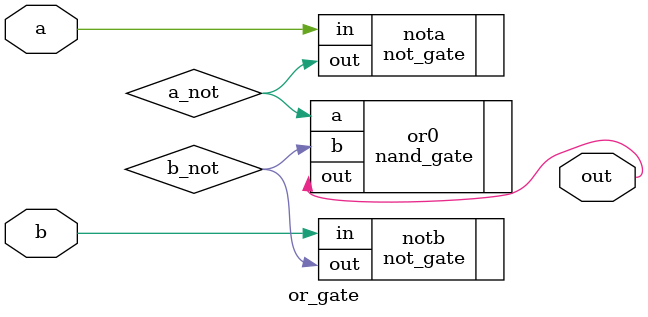
<source format=v>
`include "src/Week1/nand_gate.v"
`include "src/Week1/not_gate.v"

`ifndef OR_GATE_V
`define OR_GATE_V
module or_gate(
    output wire out,
    input wire a,
    input wire b
);
    // Simple OR gate
    // assign out = a | b;

    wire a_not;
    wire b_not;

    not_gate nota (
        .out(a_not),
        .in(a)
    );

    not_gate notb (
        .out(b_not),
        .in(b)
    );

    // De Morgan's Law:
    // Invert inputs first, then NAND them
    // to get an OR gate
    nand_gate or0 (
        .out(out),
        .a(a_not),
        .b(b_not)
    );
endmodule
`endif
</source>
